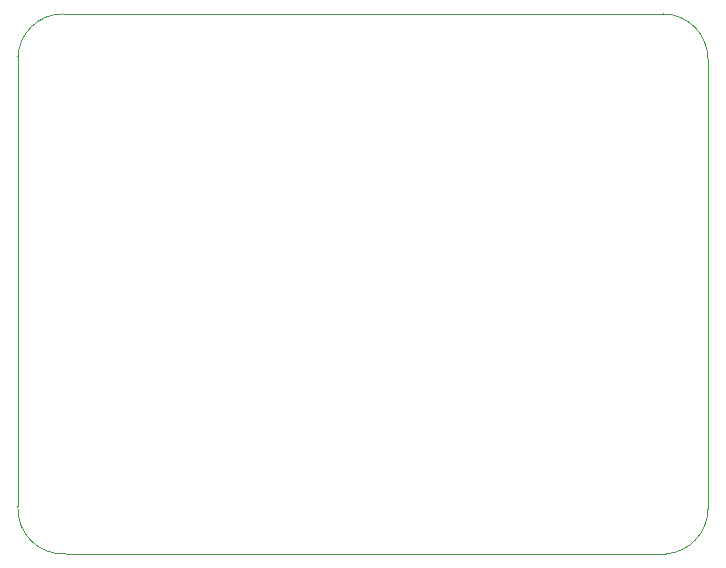
<source format=gbr>
%TF.GenerationSoftware,KiCad,Pcbnew,(6.0.6-0)*%
%TF.CreationDate,2022-08-07T14:06:53-04:00*%
%TF.ProjectId,BatteryLedStripDriver,42617474-6572-4794-9c65-645374726970,rev?*%
%TF.SameCoordinates,PX6160b60PY791ddc0*%
%TF.FileFunction,Profile,NP*%
%FSLAX46Y46*%
G04 Gerber Fmt 4.6, Leading zero omitted, Abs format (unit mm)*
G04 Created by KiCad (PCBNEW (6.0.6-0)) date 2022-08-07 14:06:53*
%MOMM*%
%LPD*%
G01*
G04 APERTURE LIST*
%TA.AperFunction,Profile*%
%ADD10C,0.101600*%
%TD*%
G04 APERTURE END LIST*
D10*
X4064000Y0D02*
X54864000Y0D01*
X54610000Y45720000D02*
X3810000Y45720000D01*
X58420000Y3810000D02*
X58420000Y41910000D01*
X0Y42037000D02*
X0Y4064000D01*
X0Y4064000D02*
G75*
G03*
X4064000Y0I3817300J-246700D01*
G01*
X58420000Y41910000D02*
G75*
G03*
X54610000Y45720000I-3810000J0D01*
G01*
X54864002Y-27D02*
G75*
G03*
X58420000Y3810000I-263102J3810027D01*
G01*
X3810000Y45719970D02*
G75*
G03*
X0Y42037000I-600J-3811570D01*
G01*
M02*

</source>
